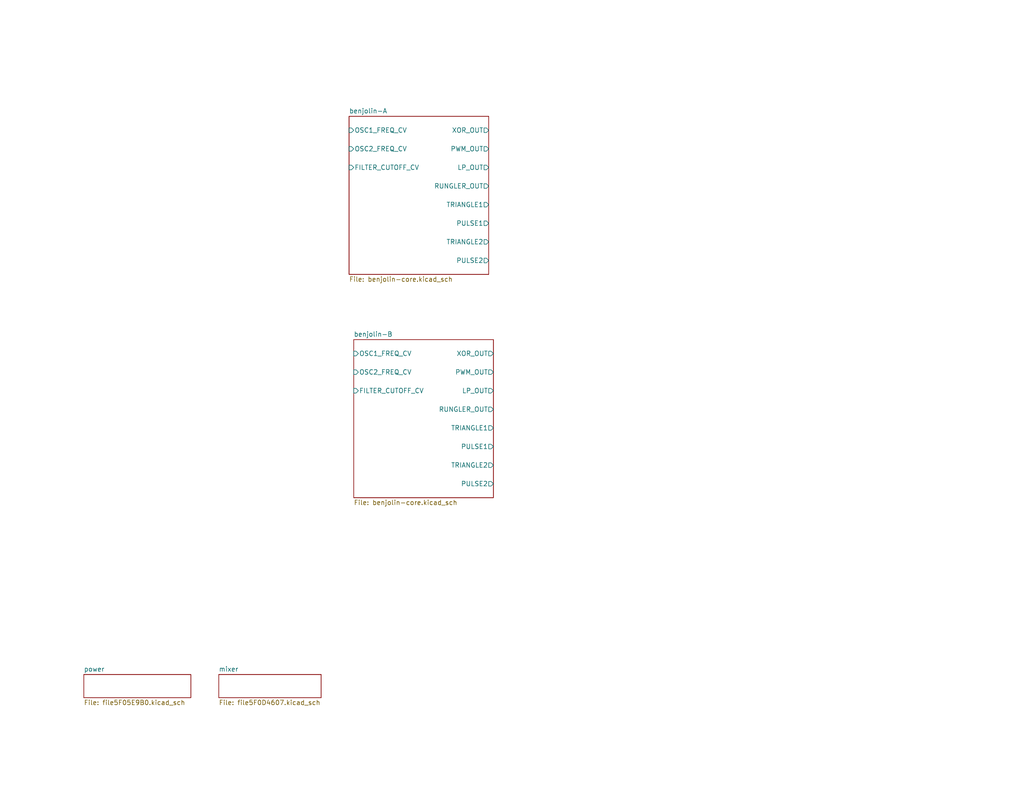
<source format=kicad_sch>
(kicad_sch (version 20211123) (generator eeschema)
  (paper "USLetter")
  (lib_symbols)
  (sheet (at 22.86 184.15) (size 29.21 6.35)
    (property "Sheet name" "power" (at 22.86 183.4384 0) (effects (justify left bottom)))
    (property "Sheet file" "file5F05E9B0.kicad_sch" (at 22.86 191.0846 0) (effects (justify left top)))
  )
  (sheet (at 59.69 184.15) (size 27.94 6.35)
    (property "Sheet name" "mixer" (at 59.69 183.4384 0) (effects (justify left bottom)))
    (property "Sheet file" "file5F0D4607.kicad_sch" (at 59.69 191.0846 0) (effects (justify left top)))
  )
  (sheet (at 95.25 31.75) (size 38.1 43.18) (stroke (width 0.1524))
    (property "Sheet name" "benjolin-A" (at 95.25 31.0384 0) (effects (justify left bottom)))
    (property "Sheet file" "benjolin-core.kicad_sch" (at 95.25 75.5146 0) (effects (justify left top)))
    (pin "XOR_OUT" output (at 133.35 35.56 0))
    (pin "PWM_OUT" output (at 133.35 40.64 0))
    (pin "LP_OUT" output (at 133.35 45.72 0))
    (pin "OSC1_FREQ_CV" input (at 95.25 35.56 180))
    (pin "OSC2_FREQ_CV" input (at 95.25 40.64 180))
    (pin "FILTER_CUTOFF_CV" input (at 95.25 45.72 180))
    (pin "RUNGLER_OUT" output (at 133.35 50.8 0))
    (pin "TRIANGLE1" output (at 133.35 55.88 0))
    (pin "PULSE1" output (at 133.35 60.96 0))
    (pin "TRIANGLE2" output (at 133.35 66.04 0))
    (pin "PULSE2" output (at 133.35 71.12 0))
  )
  (sheet (at 96.52 92.71) (size 38.1 43.18) (stroke (width 0.1524))
    (property "Sheet name" "benjolin-B" (at 96.52 91.9984 0) (effects (justify left bottom)))
    (property "Sheet file" "benjolin-core.kicad_sch" (at 96.52 136.4746 0) (effects (justify left top)))
    (pin "XOR_OUT" output (at 134.62 96.52 0))
    (pin "PWM_OUT" output (at 134.62 101.6 0))
    (pin "LP_OUT" output (at 134.62 106.68 0))
    (pin "OSC1_FREQ_CV" input (at 96.52 96.52 180))
    (pin "OSC2_FREQ_CV" input (at 96.52 101.6 180))
    (pin "FILTER_CUTOFF_CV" input (at 96.52 106.68 180))
    (pin "RUNGLER_OUT" output (at 134.62 111.76 0))
    (pin "TRIANGLE1" output (at 134.62 116.84 0))
    (pin "PULSE1" output (at 134.62 121.92 0))
    (pin "TRIANGLE2" output (at 134.62 127 0))
    (pin "PULSE2" output (at 134.62 132.08 0))
  )
)
</source>
